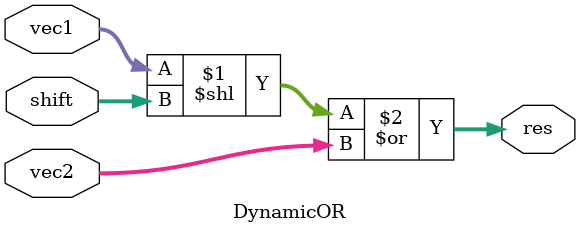
<source format=sv>
module DynamicOR(
    input [2:0] shift,
    input [31:0] vec1, vec2,
    output [31:0] res
);
    assign res = (vec1 << shift) | vec2;
endmodule

</source>
